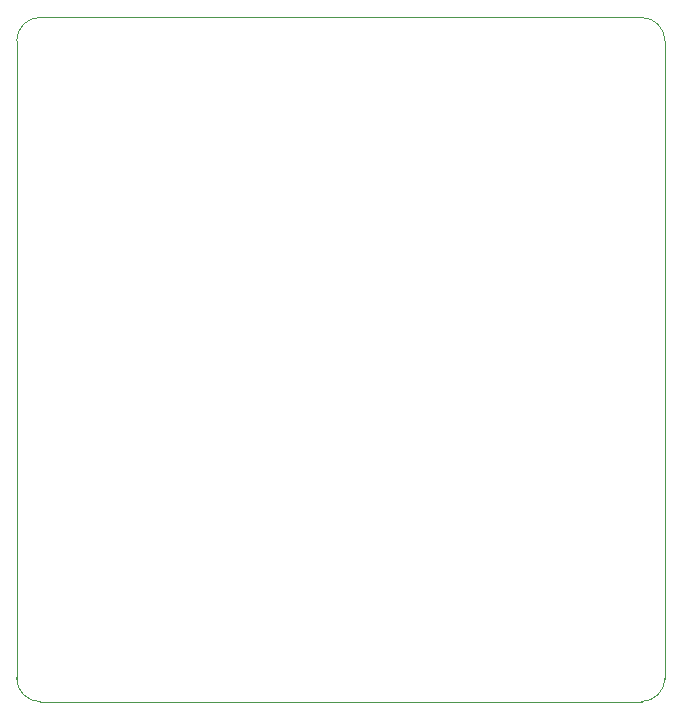
<source format=gbr>
%TF.GenerationSoftware,KiCad,Pcbnew,(5.1.6-0-10_14)*%
%TF.CreationDate,2020-05-27T15:33:41+01:00*%
%TF.ProjectId,Plotyx,506c6f74-7978-42e6-9b69-6361645f7063,rev?*%
%TF.SameCoordinates,Original*%
%TF.FileFunction,Profile,NP*%
%FSLAX46Y46*%
G04 Gerber Fmt 4.6, Leading zero omitted, Abs format (unit mm)*
G04 Created by KiCad (PCBNEW (5.1.6-0-10_14)) date 2020-05-27 15:33:41*
%MOMM*%
%LPD*%
G01*
G04 APERTURE LIST*
%TA.AperFunction,Profile*%
%ADD10C,0.050000*%
%TD*%
G04 APERTURE END LIST*
D10*
X112000000Y-73000000D02*
G75*
G02*
X114000000Y-71000000I2000000J0D01*
G01*
X114000000Y-128930000D02*
G75*
G02*
X112000000Y-126930000I0J2000000D01*
G01*
X166900000Y-126930000D02*
G75*
G02*
X164900000Y-128930000I-2000000J0D01*
G01*
X164900000Y-71000000D02*
G75*
G02*
X166900000Y-73000000I0J-2000000D01*
G01*
X112000000Y-127000000D02*
X112000000Y-73000000D01*
X164980000Y-128930000D02*
X114005000Y-128930000D01*
X166900000Y-73000000D02*
X166900000Y-127000000D01*
X114000000Y-71000000D02*
X164975000Y-71000000D01*
M02*

</source>
